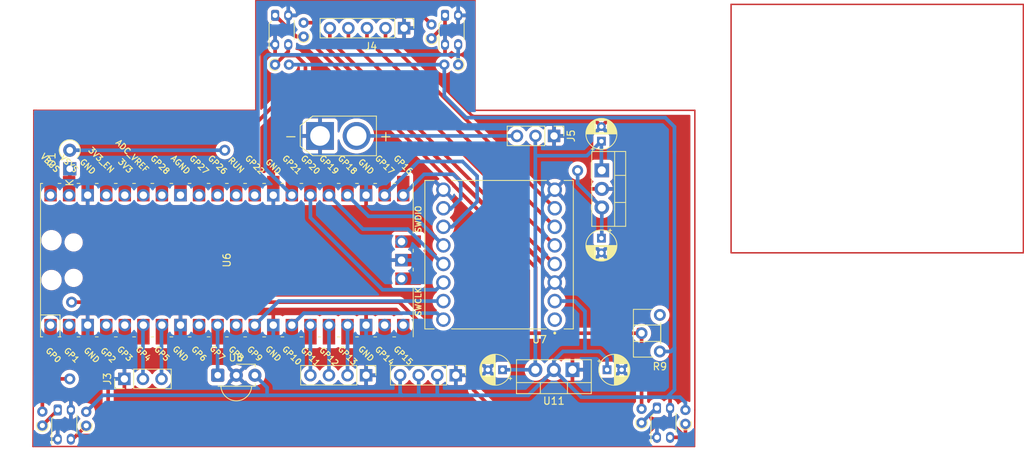
<source format=kicad_pcb>
(kicad_pcb (version 20211014) (generator pcbnew)
  (layers (0 "F.Cu" signal) (31 "B.Cu" signal) (34 "B.Paste" user) (35 "F.Paste" user) (36 "B.SilkS" user "B.Silkscreen") (37 "F.SilkS" user "F.Silkscreen") (38 "B.Mask" user) (39 "F.Mask" user) (44 "Edge.Cuts" user))
  (net 0 "")
  (net 1 "GND")
  (net 2 "Net-(D1-Pad1)")
  (net 3 "Net-(R1-Pad1)")
  (net 4 "Net-(R1-Pad2)")
  (net 5 "+5V")
  (net 6 "Net-(R3-Pad1)")
  (net 7 "+3V3")
  (net 16 "SERIAL MONITOR RX")
  (net 17 "+12V")
  (net 20 "Net-(R5-Pad1)")
  (net 21 "Net-(R7-Pad1)")
  (net 22 "X-SHUT")
  (net 23 "SDA")
  (net 24 "SCL")
  (net 25 "MOTOR 1 +")
  (net 26 "MOTOR 1 -")
  (net 27 "MOTOR 2 -")
  (net 28 "MOTOR 2 +")
  (net 29 "QRE1113 A")
  (net 30 "QRE1113 B")
  (net 31 "QRE1113 C")
  (net 32 "QRE1113 D")
  (net 33 "IR MODULE")
  (net 34 "PWMB")
  (net 35 "BI2")
  (net 36 "BI1")
  (net 37 "STBY")
  (net 38 "AI1")
  (net 39 "AI2")
  (net 40 "PWMA")
  (net 43 "SERIAL MONITOR TX")
  (net 44 "unconnected-(U6-Pad31)")
  (net 45 "unconnected-(U6-Pad32)")
  (net 47 "X-SHUT C")
  (net 48 "X-SHUT B")
  (net 49 "X-SHUT A")
  (footprint "Resistor_THT:R_Axial_DIN0204_L3.6mm_D1.6mm_P1.90mm_Vertical" (layer "F.Cu") (at 111.405 44.25 180)
    (fp_text reference "R6" hide)
    (fp_text value "10k")
    (pad "1" thru_hole circle (at 0 0 180) (size 1.4 1.4) (drill 0.7) (layers *.Cu *.Mask) (net 31 "QRE1113 C"))
    (pad "2" thru_hole oval (at 1.9 0 180) (size 1.4 1.4) (drill 0.7) (layers *.Cu *.Mask) (net 7 "+3V3"))
  )
  (footprint "Connector_PinHeader_2.54mm:PinHeader_1x03_P2.54mm_Vertical" (layer "F.Cu") (at 124.525 54 -90)
    (fp_text reference "J5" (at 0 -2.33 90) (layer "F.SilkS"))
    (fp_text value "Conn_01x03_Male" hide)
    (pad "1" thru_hole rect (at 0 0 270) (size 1.7 1.7) (drill 1) (layers *.Cu *.Mask) (net 1 "GND"))
    (pad "2" thru_hole oval (at 0 2.54 270) (size 1.7 1.7) (drill 1) (layers *.Cu *.Mask) (net 17 "+12V"))
    (pad "3" thru_hole oval (at 0 5.08 270) (size 1.7 1.7) (drill 1) (layers *.Cu *.Mask) (net 17 "+12V"))
  )
  (footprint "Connector_AMASS:AMASS_XT30U-M_1x02_P5.0mm_Vertical" (layer "F.Cu") (at 92.5 54)
    (fp_text reference "IC1" hide)
    (fp_text value "XT30U-M")
    (fp_text user "+" (at 9 0) (layer "F.SilkS") (effects (font (size 1.5 1.5))))
    (fp_text user "-" (at -4 0) (layer "F.SilkS") (effects (font (size 1.5 1.5))))
    (pad "1" thru_hole rect (at 0 0) (size 3.8 3.8) (drill 2.7) (layers *.Cu *.Mask) (net 1 "GND"))
    (pad "2" thru_hole circle (at 5 0) (size 3.8 3.8) (drill 2.7) (layers *.Cu *.Mask) (net 17 "+12V"))
  )
  (footprint "OptoDevice:OnSemi_CASE100AQ" (layer "F.Cu") (at 86.35 37.5)
    (fp_text reference "U4" hide)
    (fp_text value "QRE1113" hide)
    (pad "1" thru_hole roundrect (at 0 0) (size 1.1 1.5) (drill 0.7) (layers *.Cu *.Mask) (net 21 "Net-(R7-Pad1)"))
    (pad "2" thru_hole oval (at 0 4) (size 1.1 1.5) (drill 0.7) (layers *.Cu *.Mask) (net 1 "GND"))
    (pad "3" thru_hole oval (at 1.8 4) (size 1.1 1.5) (drill 0.7) (layers *.Cu *.Mask) (net 32 "QRE1113 D"))
    (pad "4" thru_hole oval (at 1.8 0) (size 1.1 1.5) (drill 0.7) (layers *.Cu *.Mask) (net 1 "GND"))
  )
  (footprint "Capacitor_THT:CP_Radial_D4.0mm_P2.00mm" (layer "F.Cu") (at 131.777401 86)
    (fp_text reference "C3" hide)
    (fp_text value "10uF")
    (pad "1" thru_hole rect (at 0 0) (size 1.2 1.2) (drill 0.6) (layers *.Cu *.Mask) (net 7 "+3V3"))
    (pad "2" thru_hole circle (at 2 0) (size 1.2 1.2) (drill 0.6) (layers *.Cu *.Mask) (net 1 "GND"))
  )
  (footprint "Capacitor_THT:CP_Radial_D4.0mm_P2.00mm" (layer "F.Cu") (at 131 68 -90)
    (fp_text reference "C2" hide)
    (fp_text value "22uF")
    (pad "1" thru_hole rect (at 0 0 270) (size 1.2 1.2) (drill 0.6) (layers *.Cu *.Mask) (net 5 "+5V"))
    (pad "2" thru_hole circle (at 2 0 270) (size 1.2 1.2) (drill 0.6) (layers *.Cu *.Mask) (net 1 "GND"))
  )
  (footprint "OptoDevice:OnSemi_CASE100AQ" (layer "F.Cu") (at 138.6 91.25)
    (fp_text reference "U2" hide)
    (fp_text value "QRE1113" hide)
    (pad "1" thru_hole roundrect locked (at 0 0) (size 1.1 1.5) (drill 0.7) (layers *.Cu *.Mask) (net 6 "Net-(R3-Pad1)"))
    (pad "2" thru_hole oval locked (at 0 4) (size 1.1 1.5) (drill 0.7) (layers *.Cu *.Mask) (net 1 "GND"))
    (pad "3" thru_hole oval locked (at 1.8 4) (size 1.1 1.5) (drill 0.7) (layers *.Cu *.Mask) (net 30 "QRE1113 B"))
    (pad "4" thru_hole oval locked (at 1.8 0) (size 1.1 1.5) (drill 0.7) (layers *.Cu *.Mask) (net 1 "GND"))
  )
  (footprint "Capacitor_THT:CP_Radial_D4.0mm_P2.00mm" (layer "F.Cu") (at 131 54.7226 90)
    (fp_text reference "C1" hide)
    (fp_text value "0,1uF")
    (pad "1" thru_hole rect (at 0 0 90) (size 1.2 1.2) (drill 0.6) (layers *.Cu *.Mask) (net 17 "+12V"))
    (pad "2" thru_hole circle (at 2 0 90) (size 1.2 1.2) (drill 0.6) (layers *.Cu *.Mask) (net 1 "GND"))
  )
  (footprint "Package_TO_SOT_THT:TO-220-3_Vertical" (layer "F.Cu") (at 131.055 58.71 -90)
    (fp_text reference "U12" hide)
    (fp_text value "LM7805_TO220")
    (pad "1" thru_hole rect (at 0 0 270) (size 1.905 2) (drill 1.1) (layers *.Cu *.Mask) (net 17 "+12V"))
    (pad "2" thru_hole oval (at 2.54 0 270) (size 1.905 2) (drill 1.1) (layers *.Cu *.Mask) (net 1 "GND"))
    (pad "3" thru_hole oval (at 5.08 0 270) (size 1.905 2) (drill 1.1) (layers *.Cu *.Mask) (net 5 "+5V"))
  )
  (footprint "Resistor_THT:R_Axial_DIN0204_L3.6mm_D1.6mm_P1.90mm_Vertical" (layer "F.Cu") (at 86.345 44.25)
    (fp_text reference "R8" hide)
    (fp_text value "10k")
    (pad "1" thru_hole circle (at 0 0) (size 1.4 1.4) (drill 0.7) (layers *.Cu *.Mask) (net 32 "QRE1113 D"))
    (pad "2" thru_hole oval (at 1.9 0) (size 1.4 1.4) (drill 0.7) (layers *.Cu *.Mask) (net 7 "+3V3"))
  )
  (footprint "Connector_PinHeader_2.54mm:PinHeader_1x04_P2.54mm_Vertical" (layer "F.Cu") (at 98.8 86.75 -90)
    (fp_text reference "J1" hide)
    (fp_text value "Conn_01x04_Male" hide)
    (pad "1" thru_hole rect (at 0 0 270) (size 1.7 1.7) (drill 1) (layers *.Cu *.Mask) (net 1 "GND"))
    (pad "2" thru_hole oval (at 0 2.54 270) (size 1.7 1.7) (drill 1) (layers *.Cu *.Mask) (net 49 "X-SHUT A"))
    (pad "3" thru_hole oval (at 0 5.08 270) (size 1.7 1.7) (drill 1) (layers *.Cu *.Mask) (net 48 "X-SHUT B"))
    (pad "4" thru_hole oval (at 0 7.62 270) (size 1.7 1.7) (drill 1) (layers *.Cu *.Mask) (net 47 "X-SHUT C"))
  )
  (footprint "Resistor_THT:R_Axial_DIN0204_L3.6mm_D1.6mm_P1.90mm_Vertical" (layer "F.Cu") (at 90.25 40.405 90)
    (fp_text reference "R7" hide)
    (fp_text value "100")
    (pad "1" thru_hole circle (at 0 0 90) (size 1.4 1.4) (drill 0.7) (layers *.Cu *.Mask) (net 21 "Net-(R7-Pad1)"))
    (pad "2" thru_hole oval (at 1.9 0 90) (size 1.4 1.4) (drill 0.7) (layers *.Cu *.Mask) (net 4 "Net-(R1-Pad2)"))
  )
  (footprint "Resistor_THT:R_Axial_DIN0204_L3.6mm_D1.6mm_P1.90mm_Vertical" (layer "F.Cu") (at 136.5 93.25 90)
    (fp_text reference "R3" hide)
    (fp_text value "100")
    (pad "1" thru_hole circle (at 0 0 90) (size 1.4 1.4) (drill 0.7) (layers *.Cu *.Mask) (net 6 "Net-(R3-Pad1)"))
    (pad "2" thru_hole oval (at 1.9 0 90) (size 1.4 1.4) (drill 0.7) (layers *.Cu *.Mask) (net 4 "Net-(R1-Pad2)"))
  )
  (footprint "Diode_THT:D_A-405_P2.54mm_Vertical_KathodeUp" (layer "F.Cu") (at 58.25 58.5 90)
    (fp_text reference "D1" (at 1.27 -2.47 90) (layer "F.SilkS"))
    (fp_text value "D_Schottky" hide)
    (fp_text user "K" (at -1.9 0 90) (layer "F.SilkS"))
    (pad "1" thru_hole rect (at 0 0 90) (size 1.8 1.8) (drill 0.9) (layers *.Cu *.Mask) (net 2 "Net-(D1-Pad1)"))
    (pad "2" thru_hole oval (at 2.54 0 90) (size 1.8 1.8) (drill 0.9) (layers *.Cu *.Mask) (net 5 "+5V"))
  )
  (footprint "Resistor_THT:R_Axial_DIN0204_L3.6mm_D1.6mm_P1.90mm_Vertical" (layer "F.Cu") (at 54.5 93.63 90)
    (fp_text reference "R1" hide)
    (fp_text value "100")
    (pad "1" thru_hole circle (at 0 0 90) (size 1.4 1.4) (drill 0.7) (layers *.Cu *.Mask) (net 3 "Net-(R1-Pad1)"))
    (pad "2" thru_hole oval (at 1.9 0 90) (size 1.4 1.4) (drill 0.7) (layers *.Cu *.Mask) (net 4 "Net-(R1-Pad2)"))
  )
  (footprint "Capacitor_THT:CP_Radial_D4.0mm_P2.00mm" (layer "F.Cu") (at 117.4726 86 180)
    (fp_text reference "C4" hide)
    (fp_text value "10uF")
    (pad "1" thru_hole rect (at 0 0 180) (size 1.2 1.2) (drill 0.6) (layers *.Cu *.Mask) (net 17 "+12V"))
    (pad "2" thru_hole circle (at 2 0 180) (size 1.2 1.2) (drill 0.6) (layers *.Cu *.Mask) (net 1 "GND"))
  )
  (footprint "Connector_PinHeader_2.54mm:PinHeader_1x05_P2.54mm_Vertical" (layer "F.Cu") (at 104 39.25 -90)
    (fp_text reference "J4" (at 2.5 4.54 180) (layer "F.SilkS"))
    (fp_text value "Conn_01x05_Male")
    (pad "1" thru_hole rect (at 0 0 270) (size 1.7 1.7) (drill 1) (layers *.Cu *.Mask) (net 1 "GND"))
    (pad "2" thru_hole oval (at 0 2.54 270) (size 1.7 1.7) (drill 1) (layers *.Cu *.Mask) (net 27 "MOTOR 2 -"))
    (pad "3" thru_hole oval (at 0 5.08 270) (size 1.7 1.7) (drill 1) (layers *.Cu *.Mask) (net 28 "MOTOR 2 +"))
    (pad "4" thru_hole oval (at 0 7.62 270) (size 1.7 1.7) (drill 1) (layers *.Cu *.Mask) (net 26 "MOTOR 1 -"))
    (pad "5" thru_hole oval (at 0 10.16 270) (size 1.7 1.7) (drill 1) (layers *.Cu *.Mask) (net 25 "MOTOR 1 +"))
  )
  (footprint "Connector_PinHeader_2.54mm:PinHeader_1x04_P2.54mm_Vertical" (layer "F.Cu") (at 111.08 86.75 -90)
    (fp_text reference "J2" hide)
    (fp_text value "Conn_01x04_Male" hide)
    (pad "1" thru_hole rect (at 0 0 270) (size 1.7 1.7) (drill 1) (layers *.Cu *.Mask) (net 1 "GND"))
    (pad "2" thru_hole oval (at 0 2.54 270) (size 1.7 1.7) (drill 1) (layers *.Cu *.Mask) (net 7 "+3V3"))
    (pad "3" thru_hole oval (at 0 5.08 270) (size 1.7 1.7) (drill 1) (layers *.Cu *.Mask) (net 7 "+3V3"))
    (pad "4" thru_hole oval (at 0 7.62 270) (size 1.7 1.7) (drill 1) (layers *.Cu *.Mask) (net 7 "+3V3"))
  )
  (footprint "Resistor_THT:R_Axial_DIN0204_L3.6mm_D1.6mm_P1.90mm_Vertical" (layer "F.Cu") (at 142.5 93.405 90)
    (fp_text reference "R4" hide)
    (fp_text value "10k")
    (pad "1" thru_hole circle locked (at 0 0 90) (size 1.4 1.4) (drill 0.7) (layers *.Cu *.Mask) (net 30 "QRE1113 B"))
    (pad "2" thru_hole oval locked (at 1.9 0 90) (size 1.4 1.4) (drill 0.7) (layers *.Cu *.Mask) (net 7 "+3V3"))
  )
  (footprint "MCU_Raspberry:RPi_Pico_SMD_TH" (layer "F.Cu") (at 79.75 71 90)
    (fp_text reference "U6" (at 0 0 90) (layer "F.SilkS"))
    (fp_text value "Pico")
    (fp_text user "GP22" (at 13.054 3.81 135) (layer "F.SilkS") (effects (font (size 0.8 0.8))))
    (fp_text user "GP10" (at -13.054 8.89 135) (layer "F.SilkS") (effects (font (size 0.8 0.8))))
    (fp_text user "3V3_EN" (at 13.7 -17.2 135) (layer "F.SilkS") (effects (font (size 0.8 0.8))))
    (fp_text user "GP12" (at -13.2 13.97 135) (layer "F.SilkS") (effects (font (size 0.8 0.8))))
    (fp_text user "GP26" (at 13.054 -1.27 135) (layer "F.SilkS") (effects (font (size 0.8 0.8))))
    (fp_text user "GND" (at 12.8 6.35 135) (layer "F.SilkS") (effects (font (size 0.8 0.8))))
    (fp_text user "AGND" (at 13.054 -6.35 135) (layer "F.SilkS") (effects (font (size 0.8 0.8))))
    (fp_text user "GND" (at -12.8 -6.35 135) (layer "F.SilkS") (effects (font (size 0.8 0.8))))
    (fp_text user "GND" (at -13 -18.5 135) (layer "F.SilkS") (effects (font (size 0.8 0.8))))
    (fp_text user "GP20" (at 13.054 11.43 135) (layer "F.SilkS") (effects (font (size 0.8 0.8))))
    (fp_text user "RUN" (at 13 1.27 135) (layer "F.SilkS") (effects (font (size 0.8 0.8))))
    (fp_text user "ADC_VREF" (at 14.25 -12.95 135) (layer "F.SilkS") (effects (font (size 0.8 0.8))))
    (fp_text user "VSYS" (at 13.2 -21.59 135) (layer "F.SilkS") (effects (font (size 0.8 0.8))))
    (fp_text user "GP4" (at -12.8 -11.43 135) (layer "F.SilkS") (effects (font (size 0.8 0.8))))
    (fp_text user "GP19" (at 13.054 13.97 135) (layer "F.SilkS") (effects (font (size 0.8 0.8))))
    (fp_text user "SWDIO" (at 5.6 26.2 90) (layer "F.SilkS") (effects (font (size 0.8 0.8))))
    (fp_text user "GND" (at -12.8 6.35 135) (layer "F.SilkS") (effects (font (size 0.8 0.8))))
    (fp_text user "GP0" (at -13 -23.75 135) (layer "F.SilkS") (effects (font (size 0.8 0.8))))
    (fp_text user "GP27" (at 13.054 -3.8 135) (layer "F.SilkS") (effects (font (size 0.8 0.8))))
    (fp_text user "GP8" (at -12.8 1.27 135) (layer "F.SilkS") (effects (font (size 0.8 0.8))))
    (fp_text user "GP5" (at -12.8 -8.89 135) (layer "F.SilkS") (effects (font (size 0.8 0.8))))
    (fp_text user "VBUS" (at 13.3 -24.2 135) (layer "F.SilkS") (effects (font (size 0.8 0.8))))
    (fp_text user "SWCLK" (at -5.7 26.2 90) (layer "F.SilkS") (effects (font (size 0.8 0.8))))
    (fp_text user "GP7" (at -12.7 -1.3 135) (layer "F.SilkS") (effects (font (size 0.8 0.8))))
    (fp_text user "GP1" (at -13 -21.25 135) (layer "F.SilkS") (effects (font (size 0.8 0.8))))
    (fp_text user "GP9" (at -12.8 3.81 135) (layer "F.SilkS") (effects (font (size 0.8 0.8))))
    (fp_text user "GP17" (at 13.054 21.59 135) (layer "F.SilkS") (effects (font (size 0.8 0.8))))
    (fp_text user "GP28" (at 13.054 -9.144 135) (layer "F.SilkS") (effects (font (size 0.8 0.8))))
    (fp_text user "GND" (at 12.8 19.05 135) (layer "F.SilkS") (effects (font (size 0.8 0.8))))
    (fp_text user "GND" (at -12.8 19.05 135) (layer "F.SilkS") (effects (font (size 0.8 0.8))))
    (fp_text user "GP6" (at -12.8 -3.81 135) (layer "F.SilkS") (effects (font (size 0.8 0.8))))
    (fp_text user "GP13" (at -13.054 16.51 135) (layer "F.SilkS") (effects (font (size 0.8 0.8))))
    (fp_text user "GP14" (at -13.1 21.59 135) (layer "F.SilkS") (effects (font (size 0.8 0.8))))
    (fp_text user "GP2" (at -13 -16.25 135) (layer "F.SilkS") (effects (font (size 0.8 0.8))))
    (fp_text user "GP3" (at -12.8 -13.97 135) (layer "F.SilkS") (effects (font (size 0.8 0.8))))
    (fp_text user "GND" (at 12.8 -19.05 135) (layer "F.SilkS") (effects (font (size 0.8 0.8))))
    (fp_text user "3V3" (at 12.9 -13.9 135) (layer "F.SilkS") (effects (font (size 0.8 0.8))))
    (fp_text user "GP15" (at -13.054 24.13 135) (layer "F.SilkS") (effects (font (size 0.8 0.8))))
    (fp_text user "GP11" (at -13.2 11.43 135) (layer "F.SilkS") (effects (font (size 0.8 0.8))))
    (fp_text user "GP18" (at 13.054 16.51 135) (layer "F.SilkS") (effects (font (size 0.8 0.8))))
    (fp_text user "GP21" (at 13.054 8.9 135) (layer "F.SilkS") (effects (font (size 0.8 0.8))))
    (fp_text user "GP16" (at 13.054 24.13 135) (layer "F.SilkS") (effects (font (size 0.8 0.8))))
    (pad "" np_thru_hole oval (at -2.725 -24 90) (size 1.8 1.8) (drill 1.8) (layers *.Cu *.Mask))
    (pad "" np_thru_hole oval (at -2.425 -20.97 90) (size 1.5 1.5) (drill 1.5) (layers *.Cu *.Mask))
    (pad "" np_thru_hole oval (at 2.425 -20.97 90) (size 1.5 1.5) (drill 1.5) (layers *.Cu *.Mask))
    (pad "" np_thru_hole oval (at 2.725 -24 90) (size 1.8 1.8) (drill 1.8) (layers *.Cu *.Mask))
    (pad "1" smd rect (at -8.89 -24.13 90) (size 3.5 1.7) (drill (offset -0.9 0)) (layers "F.Cu" "F.Mask") (net 16 "SERIAL MONITOR RX"))
    (pad "1" thru_hole oval (at -8.89 -24.13 90) (size 1.7 1.7) (drill 1.02) (layers *.Cu *.Mask) (net 16 "SERIAL MONITOR RX"))
    (pad "2" thru_hole oval (at -8.89 -21.59 90) (size 1.7 1.7) (drill 1.02) (layers *.Cu *.Mask) (net 43 "SERIAL MONITOR TX"))
    (pad "2" smd rect (at -8.89 -21.59 90) (size 3.5 1.7) (drill (offset -0.9 0)) (layers "F.Cu" "F.Mask") (net 43 "SERIAL MONITOR TX"))
    (pad "3" smd rect (at -8.89 -19.05 90) (size 3.5 1.7) (drill (offset -0.9 0)) (layers "F.Cu" "F.Mask") (net 1 "GND"))
    (pad "3" thru_hole rect (at -8.89 -19.05 90) (size 1.7 1.7) (drill 1.02) (layers *.Cu *.Mask) (net 1 "GND"))
    (pad "4" smd rect (at -8.89 -16.51 90) (size 3.5 1.7) (drill (offset -0.9 0)) (layers "F.Cu" "F.Mask") (net 29 "QRE1113 A"))
    (pad "4" thru_hole oval (at -8.89 -16.51 90) (size 1.7 1.7) (drill 1.02) (layers *.Cu *.Mask) (net 29 "QRE1113 A"))
    (pad "5" smd rect (at -8.89 -13.97 90) (size 3.5 1.7) (drill (offset -0.9 0)) (layers "F.Cu" "F.Mask"))
    (pad "5" thru_hole oval (at -8.89 -13.97 90) (size 1.7 1.7) (drill 1.02) (layers *.Cu *.Mask))
    (pad "6" thru_hole oval (at -8.89 -11.43 90) (size 1.7 1.7) (drill 1.02) (layers *.Cu *.Mask) (net 23 "SDA"))
    (pad "6" smd rect (at -8.89 -11.43 90) (size 3.5 1.7) (drill (offset -0.9 0)) (layers "F.Cu" "F.Mask") (net 23 "SDA"))
    (pad "7" smd rect (at -8.89 -8.89 90) (size 3.5 1.7) (drill (offset -0.9 0)) (layers "F.Cu" "F.Mask") (net 24 "SCL"))
    (pad "7" thru_hole oval (at -8.89 -8.89 90) (size 1.7 1.7) (drill 1.02) (layers *.Cu *.Mask) (net 24 "SCL"))
    (pad "8" smd rect (at -8.89 -6.35 90) (size 3.5 1.7) (drill (offset -0.9 0)) (layers "F.Cu" "F.Mask") (net 1 "GND"))
    (pad "8" thru_hole rect (at -8.89 -6.35 90) (size 1.7 1.7) (drill 1.02) (layers *.Cu *.Mask) (net 1 "GND"))
    (pad "9" thru_hole oval (at -8.89 -3.81 90) (size 1.7 1.7) (drill 1.02) (layers *.Cu *.Mask))
    (pad "9" smd rect (at -8.89 -3.81 90) (size 3.5 1.7) (drill (offset -0.9 0)) (layers "F.Cu" "F.Mask"))
    (pad "10" thru_hole oval (at -8.89 -1.27 90) (size 1.7 1.7) (drill 1.02) (layers *.Cu *.Mask) (net 33 "IR MODULE"))
    (pad "10" smd rect (at -8.89 -1.27 90) (size 3.5 1.7) (drill (offset -0.9 0)) (layers "F.Cu" "F.Mask") (net 33 "IR MODULE"))
    (pad "11" smd rect (at -8.89 1.27 90) (size 3.5 1.7) (drill (offset -0.9 0)) (layers "F.Cu" "F.Mask"))
    (pad "11" thru_hole oval (at -8.89 1.27 90) (size 1.7 1.7) (drill 1.02) (layers *.Cu *.Mask))
    (pad "12" thru_hole oval (at -8.89 3.81 90) (size 1.7 1.7) (drill 1.02) (layers *.Cu *.Mask) (net 39 "AI2"))
    (pad "12" smd rect (at -8.89 3.81 90) (size 3.5 1.7) (drill (offset -0.9 0)) (layers "F.Cu" "F.Mask") (net 39 "AI2"))
    (pad "13" thru_hole rect (at -8.89 6.35 90) (size 1.7 1.7) (drill 1.02) (layers *.Cu *.Mask) (net 1 "GND"))
    (pad "13" smd rect (at -8.89 6.35 90) (size 3.5 1.7) (drill (offset -0.9 0)) (layers "F.Cu" "F.Mask") (net 1 "GND"))
    (pad "14" smd rect (at -8.89 8.89 90) (size 3.5 1.7) (drill (offset -0.9 0)) (layers "F.Cu" "F.Mask") (net 40 "PWMA"))
    (pad "14" thru_hole oval (at -8.89 8.89 90) (size 1.7 1.7) (drill 1.02) (layers *.Cu *.Mask) (net 40 "PWMA"))
    (pad "15" smd rect (at -8.89 11.43 90) (size 3.5 1.7) (drill (offset -0.9 0)) (layers "F.Cu" "F.Mask") (net 22 "X-SHUT"))
    (pad "15" thru_hole oval (at -8.89 11.43 90) (size 1.7 1.7) (drill 1.02) (layers *.Cu *.Mask) (net 22 "X-SHUT"))
    (pad "16" smd rect (at -8.89 13.97 90) (size 3.5 1.7) (drill (offset -0.9 0)) (layers "F.Cu" "F.Mask") (net 22 "X-SHUT"))
    (pad "16" thru_hole oval (at -8.89 13.97 90) (size 1.7 1.7) (drill 1.02) (layers *.Cu *.Mask) (net 22 "X-SHUT"))
    (pad "17" thru_hole oval (at -8.89 16.51 90) (size 1.7 1.7) (drill 1.02) (layers *.Cu *.Mask) (net 22 "X-SHUT"))
    (pad "17" smd rect (at -8.89 16.51 90) (size 3.5 1.7) (drill (offset -0.9 0)) (layers "F.Cu" "F.Mask") (net 22 "X-SHUT"))
    (pad "18" thru_hole rect (at -8.89 19.05 90) (size 1.7 1.7) (drill 1.02) (layers *.Cu *.Mask) (net 1 "GND"))
    (pad "18" smd rect (at -8.89 19.05 90) (size 3.5 1.7) (drill (offset -0.9 0)) (layers "F.Cu" "F.Mask") (net 1 "GND"))
    (pad "19" thru_hole oval (at -8.89 21.59 90) (size 1.7 1.7) (drill 1.02) (layers *.Cu *.Mask))
    (pad "19" smd rect (at -8.89 21.59 90) (size 3.5 1.7) (drill (offset -0.9 0)) (layers "F.Cu" "F.Mask"))
    (pad "20" thru_hole oval (at -8.89 24.13 90) (size 1.7 1.7) (drill 1.02) (layers *.Cu *.Mask) (net 30 "QRE1113 B"))
    (pad "20" smd rect (at -8.89 24.13 90) (size 3.5 1.7) (drill (offset -0.9 0)) (layers "F.Cu" "F.Mask") (net 30 "QRE1113 B"))
    (pad "21" thru_hole oval (at 8.89 24.13 90) (size 1.7 1.7) (drill 1.02) (layers *.Cu *.Mask) (net 34 "PWMB"))
    (pad "21" smd rect (at 8.89 24.13 90) (size 3.5 1.7) (drill (offset 0.9 0)) (layers "F.Cu" "F.Mask") (net 34 "PWMB"))
    (pad "22" smd rect (at 8.89 21.59 90) (size 3.5 1.7) (drill (offset 0.9 0)) (layers "F.Cu" "F.Mask") (net 35 "BI2"))
    (pad "22" thru_hole oval (at 8.89 21.59 90) (size 1.7 1.7) (drill 1.02) (layers *.Cu *.Mask) (net 35 "BI2"))
    (pad "23" thru_hole rect (at 8.89 19.05 90) (size 1.7 1.7) (drill 1.02) (layers *.Cu *.Mask) (net 1 "GND"))
    (pad "23" smd rect (at 8.89 19.05 90) (size 3.5 1.7) (drill (offset 0.9 0)) (layers "F.Cu" "F.Mask") (net 1 "GND"))
    (pad "24" thru_hole oval (at 8.89 16.51 90) (size 1.7 1.7) (drill 1.02) (layers *.Cu *.Mask) (net 36 "BI1"))
    (pad "24" smd rect (at 8.89 16.51 90) (size 3.5 1.7) (drill (offset 0.9 0)) (layers "F.Cu" "F.Mask") (net 36 "BI1"))
    (pad "25" thru_hole oval (at 8.89 13.97 90) (size 1.7 1.7) (drill 1.02) (layers *.Cu *.Mask) (net 37 "STBY"))
    (pad "25" smd rect (at 8.89 13.97 90) (size 3.5 1.7) (drill (offset 0.9 0)) (layers "F.Cu" "F.Mask") (net 37 "STBY"))
    (pad "26" thru_hole oval (at 8.89 11.43 90) (size 1.7 1.7) (drill 1.02) (layers *.Cu *.Mask) (net 38 "AI1"))
    (pad "26" smd rect (at 8.89 11.43 90) (size 3.5 1.7) (drill (offset 0.9 0)) (layers "F.Cu" "F.Mask") (net 38 "AI1"))
    (pad "27" thru_hole oval (at 8.89 8.89 90) (size 1.7 1.7) (drill 1.02) (layers *.Cu *.Mask) (net 31 "QRE1113 C"))
    (pad "27" smd rect (at 8.89 8.89 90) (size 3.5 1.7) (drill (offset 0.9 0)) (layers "F.Cu" "F.Mask") (net 31 "QRE1113 C"))
    (pad "28" thru_hole rect (at 8.89 6.35 90) (size 1.7 1.7) (drill 1.02) (layers *.Cu *.Mask) (net 1 "GND"))
    (pad "28" smd rect (at 8.89 6.35 90) (size 3.5 1.7) (drill (offset 0.9 0)) (layers "F.Cu" "F.Mask") (net 1 "GND"))
    (pad "29" smd rect (at 8.89 3.81 90) (size 3.5 1.7) (drill (offset 0.9 0)) (layers "F.Cu" "F.Mask") (net 32 "QRE1113 D"))
    (pad "29" thru_hole oval (at 8.89 3.81 90) (size 1.7 1.7) (drill 1.02) (layers *.Cu *.Mask) (net 32 "QRE1113 D"))
    (pad "30" thru_hole oval (at 8.89 1.27 90) (size 1.7 1.7) (drill 1.02) (layers *.Cu *.Mask))
    (pad "30" smd rect (at 8.89 1.27 90) (size 3.5 1.7) (drill (offset 0.9 0)) (layers "F.Cu" "F.Mask"))
    (pad "31" smd rect (at 8.89 -1.27 90) (size 3.5 1.7) (drill (offset 0.9 0)) (layers "F.Cu" "F.Mask") (net 44 "unconnected-(U6-Pad31)"))
    (pad "31" thru_hole oval (at 8.89 -1.27 90) (size 1.7 1.7) (drill 1.02) (layers *.Cu *.Mask) (net 44 "unconnected-(U6-Pad31)"))
    (pad "32" thru_hole oval (at 8.89 -3.81 90) (size 1.7 1.7) (drill 1.02) (layers *.Cu *.Mask) (net 45 "unconnected-(U6-Pad32)"))
    (pad "32" smd rect (at 8.89 -3.81 90) (size 3.5 1.7) (drill (offset 0.9 0)) (layers "F.Cu" "F.Mask") (net 45 "unconnected-(U6-Pad32)"))
    (pad "33" smd rect (at 8.89 -6.35 90) (size 3.5 1.7) (drill (offset 0.9 0)) (layers "F.Cu" "F.Mask"))
    (pad "33" thru_hole rect (at 8.89 -6.35 90) (size 1.7 1.7) (drill 1.02) (layers *.Cu *.Mask))
    (pad "34" thru_hole oval (at 8.89 -8.89 90) (size 1.7 1.7) (drill 1.02) (layers *.Cu *.Mask))
    (pad "34" smd rect (at 8.89 -8.89 90) (size 3.5 1.7) (drill (offset 0.9 0)) (layers "F.Cu" "F.Mask"))
    (pad "35" smd rect (at 8.89 -11.43 90) (size 3.5 1.7) (drill (offset 0.9 0)) (layers "F.Cu" "F.Mask"))
    (pad "35" thru_hole oval (at 8.89 -11.43 90) (size 1.7 1.7) (drill 1.02) (layers *.Cu *.Mask))
    (pad "36" thru_hole oval (at 8.89 -13.97 90) (size 1.7 1.7) (drill 1.02) (layers *.Cu *.Mask))
    (pad "36" smd rect (at 8.89 -13.97 90) (size 3.5 1.7) (drill (offset 0.9 0)) (layers "F.Cu" "F.Mask"))
    (pad "37" thru_hole oval (at 8.89 -16.51 90) (size 1.7 1.7) (drill 1.02) (layers *.Cu *.Mask))
    (pad "37" smd rect (at 8.89 -16.51 90) (size 3.5 1.7) (drill (offset 0.9 0)) (layers "F.Cu" "F.Mask"))
    (pad "38" smd rect (at 8.89 -19.05 90) (size 3.5 1.7) (drill (offset 0.9 0)) (layers "F.Cu" "F.Mask") (net 1 "GND"))
    (pad "38" thru_hole rect (at 8.89 -19.05 90) (size 1.7 1.7) (drill 1.02) (layers *.Cu *.Mask) (net 1 "GND"))
    (pad "39" thru_hole oval (at 8.89 -21.59 90) (size 1.7 1.7) (drill 1.02) (layers *.Cu *.Mask) (net 2 "Net-(D1-Pad1)"))
    (pad "39" smd rect (at 8.89 -21.59 90) (size 3.5 1.7) (drill (offset 0.9 0)) (layers "F.Cu" "F.Mask") (net 2 "Net-(D1-Pad1)"))
    (pad "40" smd rect (at 8.89 -24.13 90) (size 3.5 1.7) (drill (offset 0.9 0)) (layers "F.Cu" "F.Mask"))
    (pad "40" thru_hole oval (at 8.89 -24.13 90) (size 1.7 1.7) (drill 1.02) (layers *.Cu *.Mask))
    (pad "41" smd rect (at -2.54 23.9 180) (size 3.5 1.7) (drill (offset -0.9 0)) (layers "F.Cu" "F.Mask"))
    (pad "41" thru_hole oval (at -2.54 23.9 90) (size 1.7 1.7) (drill 1.02) (layers *.Cu *.Mask))
    (pad "42" smd rect (at 0 23.9 180) (size 3.5 1.7) (drill (offset -0.9 0)) (layers "F.Cu" "F.Mask") (net 1 "GND"))
    (pad "42" thru_hole rect (at 0 23.9 90) (size 1.7 1.7) (drill 1.02) (layers *.Cu *.Mask) (net 1 "GND"))
    (pad "43" smd rect (at 2.54 23.9 180) (size 3.5 1.7) (drill (offset -0.9 0)) (layers "F.Cu" "F.Mask"))
    (pad "43" thru_hole oval (at 2.54 23.9 90) (size 1.7 1.7) (drill 1.02) (layers *.Cu *.Mask))
  )
  (footprint "OptoDevice:Vishay_MINICAST-3Pin" (layer "F.Cu") (at 78.5 86.75)
    (fp_text reference "U5" (at 2.5 -2.4) (layer "F.SilkS"))
    (fp_text value "TSOP382xx")
    (pad "1" thru_hole roundrect (at 0 0) (size 1.8 1.8) (drill 0.9) (layers *.Cu *.Mask) (roundrect_rratio 0.139) (net 33 "IR MODULE"))
    (pad "2" thru_hole circle (at 2.54 0) (size 1.8 1.8) (drill 0.9) (layers *.Cu *.Mask) (net 1 "GND"))
    (pad "3" thru_hole circle (at 5.08 0) (size 1.8 1.8) (drill 0.9) (layers *.Cu *.Mask) (net 7 "+3V3"))
  )
  (footprint "Resistor_THT:R_Axial_DIN0204_L3.6mm_D1.6mm_P1.90mm_Vertical" (layer "F.Cu") (at 60.5 93.655 90)
    (fp_text reference "R2" hide)
    (fp_text value "10k")
    (pad "1" thru_hole circle (at 0 0 90) (size 1.4 1.4) (drill 0.7) (layers *.Cu *.Mask) (net 29 "QRE1113 A"))
    (pad "2" thru_hole oval (at 1.9 0 90) (size 1.4 1.4) (drill 0.7) (layers *.Cu *.Mask) (net 7 "+3V3"))
  )
  (footprint "Connector_PinHeader_2.54mm:PinHeader_1x03_P2.54mm_Vertical" (layer "F.Cu") (at 65.725 87.25 90)
    (fp_text reference "J3" (at 0 -2.33 90) (layer "F.SilkS"))
    (fp_text value "Conn_01x03_Male")
    (pad "1" thru_hole rect (at 0 0 90) (size 1.7 1.7) (drill 1) (layers *.Cu *.Mask) (net 1 "GND"))
    (pad "2" thru_hole oval (at 0 2.54 90) (size 1.7 1.7) (drill 1) (layers *.Cu *.Mask) (net 23 "SDA"))
    (pad "3" thru_hole oval (at 0 5.08 90) (size 1.7 1.7) (drill 1) (layers *.Cu *.Mask) (net 24 "SCL"))
  )
  (footprint "OptoDevice:OnSemi_CASE100AQ" (layer "F.Cu") (at 109.6 37.5)
    (fp_text reference "U3" hide)
    (fp_text value "QRE1113" hide)
    (pad "1" thru_hole roundrect (at 0 0) (size 1.1 1.5) (drill 0.7) (layers *.Cu *.Mask) (net 20 "Net-(R5-Pad1)"))
    (pad "2" thru_hole oval (at 0 4) (size 1.1 1.5) (drill 0.7) (layers *.Cu *.Mask) (net 1 "GND"))
    (pad "3" thru_hole oval (at 1.8 4) (size 1.1 1.5) (drill 0.7) (layers *.Cu *.Mask) (net 31 "QRE1113 C"))
    (pad "4" thru_hole oval (at 1.8 0) (size 1.1 1.5) (drill 0.7) (layers *.Cu *.Mask) (net 1 "GND"))
  )
  (footprint "Resistor_THT:R_Axial_DIN0204_L3.6mm_D1.6mm_P1.90mm_Vertical" (layer "F.Cu") (at 107.75 40.655 90)
    (fp_text reference "R5" hide)
    (fp_text value "100")
    (pad "1" thru_hole circle (at 0 0 90) (size 1.4 1.4) (drill 0.7) (layers *.Cu *.Mask) (net 20 "Net-(R5-Pad1)"))
    (pad "2" thru_hole oval (at 1.9 0 90) (size 1.4 1.4) (drill 0.7) (layers *.Cu *.Mask) (net 4 "Net-(R1-Pad2)"))
  )
  (footprint "ROB-14450:MODULE_ROB-14450" (layer "F.Cu") (at 117 70.25 180)
    (fp_text reference "U7" (at -5.5332 -11.6132) (layer "F.SilkS"))
    (fp_text value "ROB-14450")
    (pad "1" thru_hole circle locked (at -7.62 -8.89 180) (size 1.98 1.98) (drill 1.32) (layers *.Cu *.Mask) (net 17 "+12V"))
    (pad "2" thru_hole circle locked (at -7.62 -6.35 180) (size 1.98 1.98) (drill 1.32) (layers *.Cu *.Mask) (net 7 "+3V3"))
    (pad "3" thru_hole circle locked (at -7.62 -3.81 180) (size 1.98 1.98) (drill 1.32) (layers *.Cu *.Mask) (net 1 "GND"))
    (pad "4" thru_hole circle locked (at -7.62 -1.27 180) (size 1.98 1.98) (drill 1.32) (layers *.Cu *.Mask) (net 25 "MOTOR 1 +"))
    (pad "5" thru_hole circle locked (at -7.62 1.27 180) (size 1.98 1.98) (drill 1.32) (layers *.Cu *.Mask) (net 26 "MOTOR 1 -"))
    (pad "6" thru_hole circle locked (at -7.62 3.81 180) (size 1.98 1.98) (drill 1.32) (layers *.Cu *.Mask) (net 28 "MOTOR 2 +"))
    (pad "7" thru_hole circle locked (at -7.62 6.35 180) (size 1.98 1.98) (drill 1.32) (layers *.Cu *.Mask) (net 27 "MOTOR 2 -"))
    (pad "8" thru_hole circle locked (at -7.62 8.89 180) (size 1.98 1.98) (drill 1.32) (layers *.Cu *.Mask) (net 1 "GND"))
    (pad "9" thru_hole circle locked (at 7.62 8.89 180) (size 1.98 1.98) (drill 1.32) (layers *.Cu *.Mask) (net 1 "GND"))
    (pad "10" thru_hole circle locked (at 7.62 6.35 180) (size 1.98 1.98) (drill 1.32) (layers *.Cu *.Mask) (net 34 "PWMB"))
    (pad "11" thru_hole circle locked (at 7.62 3.81 180) (size 1.98 1.98) (drill 1.32) (layers *.Cu *.Mask) (net 35 "BI2"))
    (pad "12" thru_hole circle locked (at 7.62 1.27 180) (size 1.98 1.98) (drill 1.32) (layers *.Cu *.Mask) (net 36 "BI1"))
    (pad "13" thru_hole circle locked (at 7.62 -1.27 180) (size 1.98 1.98) (drill 1.32) (layers *.Cu *.Mask) (net 37 "STBY"))
    (pad "14" thru_hole circle locked (at 7.62 -3.81 180) (size 1.98 1.98) (drill 1.32) (layers *.Cu *.Mask) (net 38 "AI1"))
    (pad "15" thru_hole circle locked (at 7.62 -6.35 180) (size 1.98 1.98) (drill 1.32) (layers *.Cu *.Mask) (net 39 "AI2"))
    (pad "16" thru_hole circle locked (at 7.62 -8.89 180) (size 1.98 1.98) (drill 1.32) (layers *.Cu *.Mask) (net 40 "PWMA"))
  )
  (footprint "OptoDevice:OnSemi_CASE100AQ" (layer "F.Cu") (at 56.6 91.5)
    (fp_text reference "U1" hide)
    (fp_text value "QRE1113" hide)
    (pad "1" thru_hole roundrect (at 0 0) (size 1.1 1.5) (drill 0.7) (layers *.Cu *.Mask) (net 3 "Net-(R1-Pad1)"))
    (pad "2" thru_hole oval (at 0 4) (size 1.1 1.5) (drill 0.7) (layers *.Cu *.Mask) (net 1 "GND"))
    (pad "3" thru_hole oval (at 1.8 4) (size 1.1 1.5) (drill 0.7) (layers *.Cu *.Mask) (net 29 "QRE1113 A"))
    (pad "4" thru_hole oval (at 1.8 0) (size 1.1 1.5) (drill 0.7) (layers *.Cu *.Mask) (net 1 "GND"))
  )
  (footprint "Package_TO_SOT_THT:TO-220-3_Vertical" (layer "F.Cu") (at 127.04 86 180)
    (fp_text reference "U11" (at 2.54 -4.27) (layer "F.SilkS"))
    (fp_text value "LD1086V33-DG")
    (pad "1" thru_hole rect (at 0 0 180) (size 1.905 2) (drill 1.1) (layers *.Cu *.Mask) (net 1 "GND"))
    (pad "2" thru_hole oval (at 2.54 0 180) (size 1.905 2) (drill 1.1) (layers *.Cu *.Mask) (net 7 "+3V3"))
    (pad "3" thru_hole oval (at 5.08 0 180) (size 1.905 2) (drill 1.1) (layers *.Cu *.Mask) (net 17 "+12V"))
  )
  (footprint "Potentiometer_THT:Potentiometer_ACP_CA6-H2,5_Horizontal" (layer "F.Cu") (at 139 83.5 180)
    (fp_text reference "R9" (at 0 -2.06) (layer "F.SilkS"))
    (fp_text value "R_Trim")
    (pad "1" thru_hole circle (at 0 0 180) (size 1.62 1.62) (drill 0.9) (layers *.Cu *.Mask) (net 7 "+3V3"))
    (pad "2" thru_hole circle (at 2.5 2.5 180) (size 1.62 1.62) (drill 0.9) (layers *.Cu *.Mask) (net 4 "Net-(R1-Pad2)"))
    (pad "3" thru_hole circle (at 0 5 180) (size 1.62 1.62) (drill 0.9) (layers *.Cu *.Mask))
  )
  (gr_line (start 83.71 50.5) (end 53.63 50.5) (layer "F.Cu") (width 0.2))
  (gr_line (start 98.71 35.5) (end 113.71 35.5) (layer "F.Cu") (width 0.2))
  (gr_line (start 143.75 96.5) (end 53.21 96.5) (layer "F.Cu") (width 0.2))
  (gr_line (start 53.25 91.5) (end 53.21 96.5) (layer "F.Cu") (width 0.2))
  (gr_line (start 143.79 50.5) (end 143.79 91.5) (layer "F.Cu") (width 0.2))
  (gr_rect (start 188.75 36) (end 148.75 70) (layer "F.Cu") (width 0.2) (fill none))
  (gr_line (start 113.71 35.5) (end 113.71 50.5) (layer "F.Cu") (width 0.2))
  (gr_line locked (start 143.79 91.5) (end 143.75 96.5) (layer "F.Cu") (width 0.2))
  (gr_line (start 113.71 50.5) (end 143.79 50.5) (layer "F.Cu") (width 0.2))
  (gr_line (start 98.71 35.5) (end 83.71 35.5) (layer "F.Cu") (width 0.2))
  (gr_line (start 53.63 50.5) (end 53.63 50.5) (layer "F.Cu") (width 0.2))
  (gr_line (start 53.33 51) (end 53.331029 50.492722) (layer "F.Cu") (width 0.2))
  (gr_line (start 53.331029 50.492722) (end 53.63 50.5) (layer "F.Cu") (width 0.2))
  (gr_line (start 83.71 35.5) (end 83.71 50.5) (layer "F.Cu") (width 0.2))
  (gr_line (start 53.33 51) (end 53.25 91.5) (layer "F.Cu") (width 0.2))
  (gr_text "ZAJISTÉ" (at 98.75 94) (layer "F.Cu") (effects (font (size 2 2) (thickness 0.4))))
  (segment (start 85.585 79.89) (end 86.1 79.89) (width 0.5) (layer "B.Cu") (net 1))
  (segment (start 58.25 58.5) (end 58.25 62.02) (width 0.5) (layer "F.Cu") (net 2))
  (segment (start 58.25 62.02) (end 58.16 62.11) (width 0.5) (layer "F.Cu") (net 2))
  (segment (start 54.5 93.63) (end 56.6 91.53) (width 0.5) (layer "F.Cu") (net 3))
  (segment (start 56.6 91.53) (end 56.6 91.5) (width 0.5) (layer "F.Cu") (net 3))
  (segment (start 56.6 91.5) (end 56.6 91.53) (width 0.5) (layer "B.Cu") (net 3))
  (segment (start 136.5 81) (end 122 81) (width 0.5) (layer "F.Cu") (net 4))
  (segment (start 91.755 37.25) (end 91.755 38.5) (width 0.5) (layer "F.Cu") (net 4))
  (segment (start 122 72) (end 122 81) (width 0.5) (layer "F.Cu") (net 4))
  (segment (start 136.25 80.675) (end 136.075 80.5) (width 0.5) (layer "F.Cu") (net 4))
  (segment (start 110.82 60.763532) (end 110.82 60.82) (width 0.5) (layer "F.Cu") (net 4))
  (segment (start 56.5 87.25) (end 54.5 89.25) (width 0.5) (layer "F.Cu") (net 4))
  (segment (start 122.5 81) (end 122 81) (width 0.5) (layer "F.Cu") (net 4))
  (segment (start 91.745 38.505) (end 90.25 38.505) (width 0.5) (layer "F.Cu") (net 4))
  (segment (start 92.25 36.75) (end 91.75 37.25) (width 0.5) (layer "F.Cu") (net 4))
  (segment (start 136.35 91.5) (end 136.5 91.35) (width 0.5) (layer "F.Cu") (net 4))
  (segment (start 57 87.25) (end 56.5 87.25) (width 0.5) (layer "F.Cu") (net 4))
  (segment (start 103.34 76.75) (end 58.500001 76.749999) (width 0.5) (layer "F.Cu") (net 4))
  (segment (start 136.5 91.35) (end 136.25 91.1) (width 0.5) (layer "F.Cu") (net 4))
  (segment (start 136.5 81) (end 136.5 91.35) (width 0.5) (layer "F.Cu") (net 4))
  (segment (start 105.745 36.75) (end 92.25 36.75) (width 0.5) (layer "F.Cu") (net 4))
  (segment (start 91.755 38.5) (end 91.75 38.505) (width 0.5) (layer "F.Cu") (net 4))
  (segment (start 107.75 38.755) (end 105.745 36.75) (width 0.5) (layer "F.Cu") (net 4))
  (segment (start 91.755 38.5) (end 91.755 41.693532) (width 0.5) (layer "F.Cu") (net 4))
  (segment (start 107.59 81) (end 103.34 76.75) (width 0.5) (layer "F.Cu") (net 4))
  (segment (start 57 87.25) (end 58.25 87.25) (width 0.5) (layer "F.Cu") (net 4))
  (segment (start 110.82 60.82) (end 122 72) (width 0.5) (layer "F.Cu") (net 4))
  (segment (start 54.5 89.25) (end 54.5 91.73) (width 0.5) (layer "F.Cu") (net 4))
  (segment (start 91.75 41.693532) (end 110.82 60.763532) (width 0.5) (layer "F.Cu") (net 4))
  (segment (start 122 81) (end 107.59 81) (width 0.5) (layer "F.Cu") (net 4))
  (via (at 58.500001 76.749999) (size 1.5) (drill 0.8) (layers "F.Cu" "B.Cu") (net 4))
  (via (at 58.25 87.25) (size 1.5) (drill 0.8) (layers "F.Cu" "B.Cu") (net 4))
  (via (at 79.460001 55.960001) (size 1.5) (drill 0.8) (layers "F.Cu" "B.Cu") (net 5))
  (via (at 127.75 58.75) (size 1.5) (drill 0.8) (layers "F.Cu" "B.Cu") (net 5))
  (segment (start 131.055 63.79) (end 127.75 60.485) (width 0.5) (layer "B.Cu") (net 5))
  (segment (start 58.25 55.96) (end 79.460001 55.960001) (width 0.5) (layer "B.Cu") (net 5))
  (segment (start 127.75 60.485) (end 127.75 58.75) (width 0.5) (layer "B.Cu") (net 5))
  (segment (start 131.055 63.79) (end 131.055 67.945) (width 0.5) (layer "B.Cu") (net 5))
  (segment (start 131.055 67.945) (end 131 68) (width 0.5) (layer "B.Cu") (net 5))
  (segment (start 138.5 91.25) (end 138.6 91.25) (width 0.5) (layer "F.Cu") (net 6))
  (segment (start 138.5 91.25) (end 138.6 91.25) (width 0.5) (layer "B.Cu") (net 6))
  (segment (start 136.5 93.25) (end 138.5 91.25) (width 0.5) (layer "B.Cu") (net 6))
  (segment (start 109.505 48.505) (end 109.505 44.25) (width 0.5) (layer "B.Cu") (net 7))
  (segment (start 124.5 84.75) (end 125.75 83.5) (width 0.5) (layer "B.Cu") (net 7))
  (segment (start 124.5 86) (end 128.25 89.75) (width 0.5) (layer "B.Cu") (net 7))
  (segment (start 108.75 89.5) (end 111.5 89.5) (width 0.5) (layer "B.Cu") (net 7))
  (segment (start 128.25 89.75) (end 136 89.75) (width 0.5) (layer "B.Cu") (net 7))
  (segment (start 130.75 83.5) (end 131.777401 84.527401) (width 0.5) (layer "B.Cu") (net 7))
  (segment (start 135.5 89.75) (end 136 89.75) (width 0.5) (layer "B.Cu") (net 7))
  (segment (start 85.25 89.5) (end 62.755 89.5) (width 0.5) (layer "B.Cu") (net 7))
  (segment (start 107.5 89.5) (end 108.75 89.5) (width 0.5) (layer "B.Cu") (net 7))
  (segment (start 107.5 89.5) (end 103.75 89.5) (width 0.5) (layer "B.Cu") (net 7))
  (segment (start 106 86.75) (end 106 89.29) (width 0.5) (layer "B.Cu") (net 7))
  (segment (start 108.54 86.75) (end 108.54 89.29) (width 0.5) (layer "B.Cu") (net 7))
  (segment (start 103.46 89.21) (end 103.75 89.5) (width 0.5) (layer "B.Cu") (net 7))
  (segment (start 112.5 51.5) (end 109.505 48.505) (width 0.5) (layer "B.Cu") (net 7))
  (segment (start 83.58 86.75) (end 85.25 88.42) (width 0.5) (layer "B.Cu") (net 7))
  (segment (start 112.5 51.5) (end 139.75 51.5) (width 0.5) (layer "B.Cu") (net 7))
  (segment (start 125.75 83.5) (end 128.75 83.5) (width 0.5) (layer "B.Cu") (net 7))
  (segment (start 141 56.25) (end 141 56) (width 0.5) (layer "B.Cu") (net 7))
  (segment (start 111.5 89.5) (end 121 89.5) (width 0.5) (layer "B.Cu") (net 7))
  (segment (start 141 52.75) (end 141 56.25) (width 0.5) (layer "B.Cu") (net 7))
  (segment (start 85.5 89.5) (end 85.25 89.5) (width 0.5) (layer "B.Cu") (net 7))
  (segment (start 136 89.75) (end 140 89.75) (width 0.5) (layer "B.Cu") (net 7))
  (segment (start 106 89.29) (end 106.21 89.5) (width 0.5) (layer "B.Cu") (net 7))
  (segment (start 139.75 51.5) (end 141 52.75) (width 0.5) (layer "B.Cu") (net 7))
  (segment (start 139 83.5) (end 140.5 83.5) (width 0.5) (layer "B.Cu") (net 7))
  (segment (start 108.54 89.29) (end 108.75 89.5) (width 0.5) (layer "B.Cu") (net 7))
  (segment (start 85.25 88.42) (end 85.25 89.5) (width 0.5) (layer "B.Cu") (net 7))
  (segment (start 142.5 90.5) (end 141.75 89.75) (width 0.5) (layer "B.Cu") (net 7))
  (segment (start 131.777401 84.527401) (end 131.777401 86) (width 0.5) (layer "B.Cu") (net 7))
  (segment (start 121 89.5) (end 124.5 86) (width 0.5) (layer "B.Cu") (net 7))
  (segment (start 140 89.75) (end 141.75 89.75) (width 0.5) (layer "B.Cu") (net 7))
  (segment (start 62.755 89.5) (end 60.5 91.755) (width 0.5) (layer "B.Cu") (net 7))
  (segment (start 141 83.25) (end 141 83) (width 0.5) (layer "B.Cu") (net 7))
  (segment (start 103.46 86.75) (end 103.46 89.21) (width 0.5) (layer "B.Cu") (net 7))
  (segment (start 88.245 44.25) (end 109.505 44.25) (width 0.5) (layer "B.Cu") (net 7))
  (segment (start 103.75 89.5) (end 85.5 89.5) (width 0.5) (layer "B.Cu") (net 7))
  (segment (start 141 88.75) (end 141 83.25) (width 0.5) (layer "B.Cu") (net 7))
  (segment (start 141 83) (end 141 56.25) (width 0.5) (layer "B.Cu") (net 7))
  (segment (start 128.75 83.5) (end 128.75 78) (width 0.5) (layer "B.Cu") (net 7))
  (segment (start 140 89.75) (end 141 88.75) (width 0.5) (layer "B.Cu") (net 7))
  (segment (start 127.35 76.6) (end 124.62 76.6) (width 0.5) (layer "B.Cu") (net 7))
  (segment (start 128.75 83.5) (end 130.75 83.5) (width 0.5) (layer "B.Cu") (net 7))
  (segment (start 106.21 89.5) (end 107.5 89.5) (width 0.5) (layer "B.Cu") (net 7))
  (segment (start 124.5 86) (end 124.5 84.75) (width 0.5) (layer "B.Cu") (net 7))
  (segment (start 142.5 91.505) (end 142.5 90.5) (width 0.5) (layer "B.Cu") (net 7))
  (segment (start 111.29 89.5) (end 111.5 89.5) (width 0.5) (layer "B.Cu") (net 7))
  (segment (start 128.75 78) (end 127.35 76.6) (width 0.5) (layer "B.Cu") (net 7))
  (segment (start 140.5 83.5) (end 141 83) (width 0.5) (layer "B.Cu") (net 7))
  (segment (start 124.62 79.39) (end 124.62 78.709691) (width 0.5) (layer "F.Cu") (net 17))
  (segment (start 131 58.655) (end 131.055 58.71) (width 0.5) (layer "B.Cu") (net 17))
  (segment (start 121.96 54.025) (end 121.985 54) (width 0.5) (layer "B.Cu") (net 17))
  (segment (start 121.96 56.71) (end 121.96 54.025) (width 0.5) (layer "B.Cu") (net 17))
  (segment (start 97.5 54) (end 119.445 54) (width 0.5) (layer "B.Cu") (net 17))
  (segment (start 129.0126 56.71) (end 121.96 56.71) (width 0.5) (layer "B.Cu") (net 17))
  (segment (start 121.96 86) (end 121.96 56.71) (width 0.5) (layer "B.Cu") (net 17))
  (segment (start 131 54.7226) (end 131 58.655) (width 0.5) (layer "B.Cu") (net 17))
  (segment (start 130.305 58.71) (end 131 58.015) (width 0.5) (layer "B.Cu") (net 17))
  (segment (start 121.96 86) (end 121.96 85.54) (width 0.5) (layer "B.Cu") (net 17))
  (segment (start 121.96 86) (end 117.4726 86) (width 0.5) (layer "B.Cu") (net 17))
  (segment (start 122 85.96) (end 121.96 86) (width 0.5) (layer "B.Cu") (net 17))
  (segment (start 131 54.7226) (end 129.0126 56.71) (width 0.5) (layer "B.Cu") (net 17))
  (segment (start 109.6 38.805) (end 107.75 40.655) (width 0.5) (layer "F.Cu") (net 20))
  (segment (start 109.6 37.5) (end 109.6 38.805) (width 0.5) (layer "F.Cu") (net 20))
  (segment (start 90.25 40.405) (end 89.260051 40.405) (width 0.5) (layer "F.Cu") (net 21))
  (segment (start 89.260051 40.405) (end 86.355051 37.5) (width 0.5) (layer "F.Cu") (net 21))
  (segment (start 86.355051 37.5) (end 86.35 37.5) (width 0.5) (layer "F.Cu") (net 21))
  (segment (start 93.67 79.94) (end 93.72 79.89) (width 0.5) (layer "B.Cu") (net 22))
  (segment (start 91.18 86.75) (end 91.18 79.89) (width 0.5) (layer "B.Cu") (net 22))
  (segment (start 91.13 79.94) (end 91.18 79.89) (width 0.5) (layer "B.Cu") (net 22))
  (segment (start 96.26 86.75) (end 96.26 79.89) (width 0.5) (layer "B.Cu") (net 22))
  (segment (start 93.72 86.75) (end 93.72 79.89) (width 0.5) (layer "B.Cu") (net 22))
  (segment (start 96.21 79.94) (end 96.26 79.89) (width 0.5) (layer "B.Cu") (net 22))
  (segment (start 68.265 79.945) (end 68.32 79.89) (width 0.5) (layer "B.Cu") (net 23))
  (segment (start 68.265 87.25) (end 68.265 79.945) (width 0.5) (layer "B.Cu") (net 23))
  (segment (start 70.805 87.25) (end 70.805 79.945) (width 0.5) (layer "B.Cu") (net 24))
  (segment (start 70.805 79.945) (end 70.86 79.89) (width 0.5) (layer "B.Cu") (net 24))
  (segment (start 124.52 71.52) (end 94.415 41.415) (width 0.5) (layer "F.Cu") (net 25))
  (segment (start 124.62 71.52) (end 124.52 71.52) (width 0.5) (layer "F.Cu") (net 25))
  (segment (start 94.415 41.415) (end 93.84 40.84) (width 0.5) (layer "F.Cu") (net 25))
  (segment (start 93.84 40.84) (end 93.84 39.25) (width 0.5) (layer "F.Cu") (net 25))
  (segment (start 97.195 41.555) (end 96.38 40.74) (width 0.5) (layer "F.Cu") (net 26))
  (segment (start 97.195 41.555) (end 96.92 41.28) (width 0.5) (layer "F.Cu") (net 26))
  (segment (start 96.38 40.74) (end 96.38 39.25) (width 0.5) (layer "F.Cu") (net 26))
  (segment (start 124.62 68.98) (end 97.195 41.555) (width 0.5) (layer "F.Cu") (net 26))
  (segment (start 124.62 63.9) (end 102 41.28) (width 0.5) (layer "F.Cu") (net 27))
  (segment (start 101.46 40.74) (end 101.46 39.25) (width 0.5) (layer "F.Cu") (net 27))
  (segment (start 102 41.28) (end 101.46 40.74) (width 0.5) (layer "F.Cu") (net 27))
  (segment (start 124.62 66.44) (end 99.59 41.41) (width 0.5) (layer "F.Cu") (net 28))
  (segment (start 99.59 41.41) (end 99.46 41.28) (width 0.5) (layer "F.Cu") (net 28))
  (segment (start 98.92 40.74) (end 98.92 39.25) (width 0.5) (layer "F.Cu") (net 28))
  (segment (start 99.59 41.41) (end 98.92 40.74) (width 0.5) (layer "F.Cu") (net 28))
  (segment (start 63.5 93.75) (end 63.5 80.15) (width 0.5) (layer "F.Cu") (net 29))
  (segment (start 59.3275 94.8275) (end 59.5 95) (width 0.5) (layer "F.Cu") (net 29))
  (segment (start 58.655 95.5) (end 59.3275 94.8275) (width 0.5) (layer "F.Cu") (net 29))
  (segment (start 59.3275 94.8275) (end 60.5 93.655) (width 0.5) (layer "F.Cu") (net 29))
  (segment (start 59.5 95) (end 62.25 95) (width 0.5) (layer "F.Cu") (net 29))
  (segment (start 58.4 95.5) (end 58.655 95.5) (width 0.5) (layer "F.Cu") (net 29))
  (segment (start 63.5 80.15) (end 63.24 79.89) (width 0.5) (layer "F.Cu") (net 29))
  (segment (start 62.25 95) (end 63.5 93.75) (width 0.5) (layer "F.Cu") (net 29))
  (segment (start 58.615 95.5) (end 58.4 95.5) (width 0.5) (layer "B.Cu") (net 29))
  (segment (start 58.655 95.5) (end 58.4 95.5) (width 0.5) (layer "B.Cu") (net 29))
  (segment locked (start 140.999999 93.749999) (end 142.375 95.125) (width 0.5) (layer "F.Cu") (net 30))
  (segment (start 103.88 79.89) (end 107.74 83.75) (width 0.5) (layer "F.Cu") (net 30))
  (segment locked (start 142.5 95) (end 142.5 93.405) (width 0.5) (layer "F.Cu") (net 30))
  (segment (start 113.5 88.75) (end 120 95.25) (width 0.5) (layer "F.Cu") (net 30))
  (segment locked (start 140.4 95.25) (end 142.25 95.25) (width 0.5) (layer "F.Cu") (net 30))
  (segment (start 112.5 83.75) (end 113.5 84.75) (width 0.5) (layer "F.Cu") (net 30))
  (segment (start 107.74 83.75) (end 112.5 83.75) (width 0.5) (layer "F.Cu") (net 30))
  (segment (start 113.5 84.75) (end 113.5 88.75) (width 0.5) (layer "F.Cu") (net 30))
  (segment locked (start 140.5 95.25) (end 140.4 95.25) (width 0.5) (layer "F.Cu") (net 30))
  (segment (start 120 95.25) (end 136.75 95.25) (width 0.5) (layer "F.Cu") (net 30))
  (segment locked (start 142.25 95.25) (end 142.375 95.125) (width 0.5) (layer "F.Cu") (net 30))
  (segment locked (start 138.25 93.75) (end 140.999999 93.749999) (width 0.5) (layer "F.Cu") (net 30))
  (segment locked (start 142.375 95.125) (end 142.5 95) (width 0.5) (layer "F.Cu") (net 30))
  (segment locked (start 136.75 95.25) (end 138.25 93.75) (width 0.5) (layer "F.Cu") (net 30))
  (segment (start 140.5 95.25) (end 140.4 95.25) (width 0.5) (layer "B.Cu") (net 30))
  (segment (start 111.405 42.905) (end 111.405 44.25) (width 0.5) (layer "B.Cu") (net 31))
  (segment (start 111.405 42.655) (end 111.405 41.505) (width 0.5) (layer "B.Cu") (net 31))
  (segment (start 85 48.25) (end 85 51.5) (width 0.5) (layer "B.Cu") (net 31))
  (segment (start 85 58.47) (end 85 51.5) (width 0.5) (layer "B.Cu") (net 31))
  (segment (start 88.64 62.11) (end 85 58.47) (width 0.5) (layer "B.Cu") (net 31))
  (segment (start 111.405 42.655) (end 111.405 42.905) (width 0.5) (layer "B.Cu") (net 31))
  (segment (start 85.345 42.905) (end 85 43.25) (width 0.5) (layer "B.Cu") (net 31))
  (segment (start 85 43.25) (end 85 51.5) (width 0.5) (layer "B.Cu") (net 31))
  (segment (start 111.405 42.905) (end 85.345 42.905) (width 0.5) (layer "B.Cu") (net 31))
  (segment (start 90.5 44.25) (end 90.5 45.5) (width 0.5) (layer "F.Cu") (net 32))
  (segment (start 88.15 41.5) (end 88.15 42.445) (width 0.5) (layer "F.Cu") (net 32))
  (segment (start 83.56 52.44) (end 83.56 62.11) (width 0.5) (layer "F.Cu") (net 32))
  (segment (start 90.5 45.5) (end 83.56 52.44) (width 0.5) (layer "F.Cu") (net 32))
  (segment (start 88.15 42.445) (end 87.7975 42.7975) (width 0.5) (layer "F.Cu") (net 32))
  (segment (start 87.7975 42.7975) (end 86.345 44.25) (width 0.5) (layer "F.Cu") (net 32))
  (segment (start 89.25 43) (end 90.5 44.25) (width 0.5) (layer "F.Cu") (net 32))
  (segment (start 87.75 43) (end 89.25 43) (width 0.5) (layer "F.Cu") (net 32))
  (segment (start 78.48 79.89) (end 78.48 86.73) (width 0.5) (layer "B.Cu") (net 33))
  (segment (start 78.48 86.73) (end 78.5 86.75) (width 0.5) (layer "B.Cu") (net 33))
  (segment (start 110.25 63.9) (end 109.38 63.9) (width 0.5) (layer "B.Cu") (net 34))
  (segment (start 106.74 59.25) (end 110.75 59.25) (width 0.5) (layer "B.Cu") (net 34))
  (segment (start 111.75 62.6) (end 110.35 64) (width 0.5) (layer "B.Cu") (net 34))
  (segment (start 103.88 62.11) (end 106.74 59.25) (width 0.5) (layer "B.Cu") (net 34))
  (segment (start 110.35 64) (end 110.25 63.9) (width 0.5) (layer "B.Cu") (net 34))
  (segment (start 111.75 60.25) (end 111.75 62.6) (width 0.5) (layer "B.Cu") (net 34))
  (segment (start 110.75 59.25) (end 111.75 60.25) (width 0.5) (layer "B.Cu") (net 34))
  (segment (start 112 57.5) (end 114 59.5) (width 0.5) (layer "B.Cu") (net 35))
  (segment (start 101.34 62.11) (end 105.95 57.5) (width 0.5) (layer "B.Cu") (net 35))
  (segment (start 114 63) (end 110.56 66.44) (width 0.5) (layer "B.Cu") (net 35))
  (segment (start 114 59.5) (end 114 63) (width 0.5) (layer "B.Cu") (net 35))
  (segment (start 105.95 57.5) (end 112 57.5) (width 0.5) (layer "B.Cu") (net 35))
  (segment (start 110.56 66.44) (end 109.38 66.44) (width 0.5) (layer "B.Cu") (net 35))
  (segment (start 105.4 65) (end 109.38 68.98) (width 0.5) (layer "B.Cu") (net 36))
  (segment (start 96.26 62.11) (end 99.15 65) (width 0.5) (layer "B.Cu") (net 36))
  (segment (start 99.15 65) (end 105.4 65) (width 0.5) (layer "B.Cu") (net 36))
  (segment (start 98.36 66.75) (end 104.5 66.75) (width 0.5) (layer "B.Cu") (net 37))
  (segment (start 104.5 66.75) (end 109.27 71.52) (width 0.5) (layer "B.Cu") (net 37))
  (segment (start 109.27 71.52) (end 109.38 71.52) (width 0.5) (layer "B.Cu") (net 37))
  (segment (start 93.72 62.11) (end 98.36 66.75) (width 0.5) (layer "B.Cu") (net 37))
  (segment (start 101.05 75.05) (end 91.18 65.18) (width 0.5) (layer "B.Cu") (net 38))
  (segment (start 109.38 74.06) (end 108.39 75.05) (width 0.5) (layer "B.Cu") (net 38))
  (segment (start 91.18 65.18) (end 91.18 62.11) (width 0.5) (layer "B.Cu") (net 38))
  (segment (start 108.39 75.05) (end 101.05 75.05) (width 0.5) (layer "B.Cu") (net 38))
  (segment (start 86.85 76.6) (end 83.56 79.89) (width 0.5) (layer "B.Cu") (net 39))
  (segment (start 109.38 76.6) (end 86.85 76.6) (width 0.5) (layer "B.Cu") (net 39))
  (segment (start 109.38 76.6) (end 109.28 76.5) (width 0.5) (layer "B.Cu") (net 39))
  (segment (start 97 78.25) (end 90.28 78.25) (width 0.5) (layer "B.Cu") (net 40))
  (segment (start 90.28 78.25) (end 88.64 79.89) (width 0.5) (layer "B.Cu") (net 40))
  (segment (start 97.25 78.25) (end 97 78.25) (width 0.5) (layer "B.Cu") (net 40))
  (segment (start 108.49 78.25) (end 97.25 78.25) (width 0.5) (layer "B.Cu") (net 40))
  (segment (start 109.38 79.14) (end 108.49 78.25) (width 0.5) (layer "B.Cu") (net 40))
  (segment (start 78.25 61.88) (end 78.48 62.11) (width 0.5) (layer "F.Cu") (net 44))
  (segment (start 78.5 62.13) (end 78.48 62.11) (width 0.5) (layer "B.Cu") (net 44))
  (segment (start 75.94 60.06) (end 75.94 62.11) (width 0.5) (layer "F.Cu") (net 45))
  (zone (net 1) (net_name "GND") (layer "F.Cu") (connect_pads (clearance 0.508)) (min_thickness 0.254) (fill yes (thermal_gap 0.508) (thermal_bridge_width 0.508))
    (polygon (pts (xy 113.71 50.5) (xy 143.79 50.5) (xy 143.75 96.5) (xy 53.21 96.5) (xy 53.331029 50.492722) (xy 83.71 50.5) (xy 83.71 35.5) (xy 113.71 35.5)))
  )
  (zone (net 1) (net_name "GND") (layer "B.Cu") (connect_pads (clearance 0.508)) (min_thickness 0.254) (fill yes (thermal_gap 0.508) (thermal_bridge_width 0.508))
    (polygon (pts (xy 113.75 50.5) (xy 143.75 50.5) (xy 143.75 96.25) (xy 143.75 96.5) (xy 53.25 96.5) (xy 53.345891 50.508299) (xy 83.75 50.5) (xy 83.75 35.5) (xy 113.75 35.5)))
  )
)
</source>
